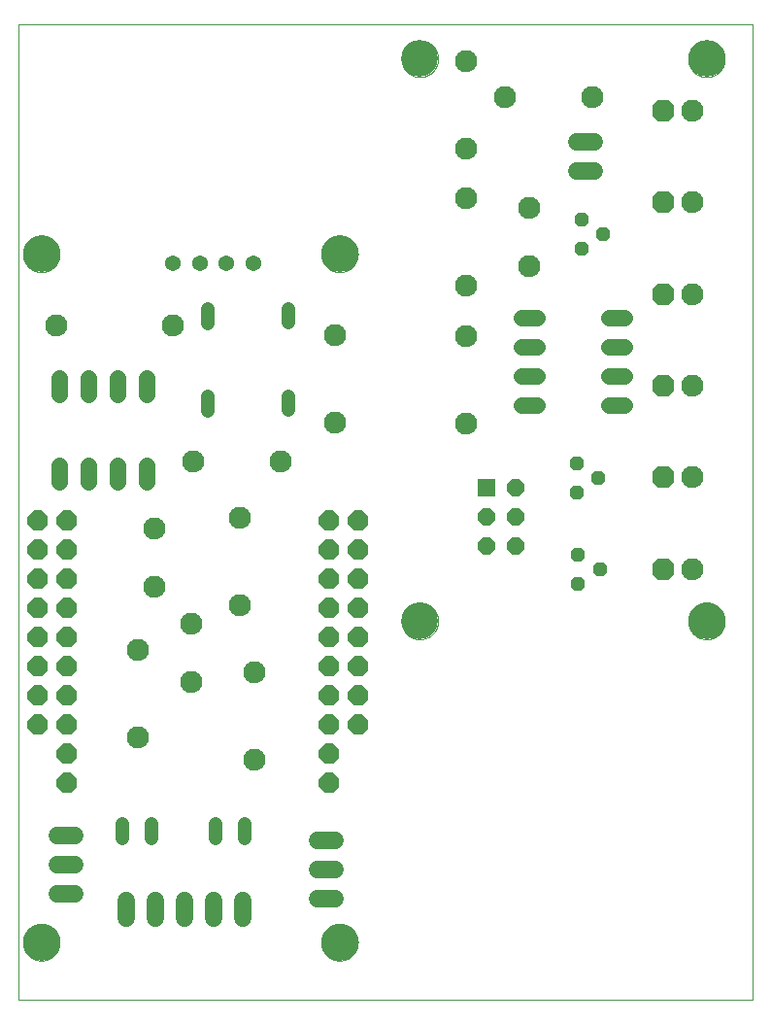
<source format=gbs>
G75*
%MOIN*%
%OFA0B0*%
%FSLAX25Y25*%
%IPPOS*%
%LPD*%
%AMOC8*
5,1,8,0,0,1.08239X$1,22.5*
%
%ADD10C,0.00000*%
%ADD11C,0.12598*%
%ADD12C,0.07600*%
%ADD13C,0.04800*%
%ADD14OC8,0.07000*%
%ADD15R,0.06000X0.06000*%
%ADD16OC8,0.06000*%
%ADD17C,0.06000*%
%ADD18OC8,0.07600*%
%ADD19OC8,0.04800*%
%ADD20C,0.05600*%
%ADD21C,0.05400*%
D10*
X0001025Y0001000D02*
X0001025Y0335646D01*
X0252994Y0335646D01*
X0252994Y0001000D01*
X0001025Y0001000D01*
X0002600Y0020685D02*
X0002602Y0020843D01*
X0002608Y0021001D01*
X0002618Y0021159D01*
X0002632Y0021317D01*
X0002650Y0021474D01*
X0002671Y0021631D01*
X0002697Y0021787D01*
X0002727Y0021943D01*
X0002760Y0022098D01*
X0002798Y0022251D01*
X0002839Y0022404D01*
X0002884Y0022556D01*
X0002933Y0022707D01*
X0002986Y0022856D01*
X0003042Y0023004D01*
X0003102Y0023150D01*
X0003166Y0023295D01*
X0003234Y0023438D01*
X0003305Y0023580D01*
X0003379Y0023720D01*
X0003457Y0023857D01*
X0003539Y0023993D01*
X0003623Y0024127D01*
X0003712Y0024258D01*
X0003803Y0024387D01*
X0003898Y0024514D01*
X0003995Y0024639D01*
X0004096Y0024761D01*
X0004200Y0024880D01*
X0004307Y0024997D01*
X0004417Y0025111D01*
X0004530Y0025222D01*
X0004645Y0025331D01*
X0004763Y0025436D01*
X0004884Y0025538D01*
X0005007Y0025638D01*
X0005133Y0025734D01*
X0005261Y0025827D01*
X0005391Y0025917D01*
X0005524Y0026003D01*
X0005659Y0026087D01*
X0005795Y0026166D01*
X0005934Y0026243D01*
X0006075Y0026315D01*
X0006217Y0026385D01*
X0006361Y0026450D01*
X0006507Y0026512D01*
X0006654Y0026570D01*
X0006803Y0026625D01*
X0006953Y0026676D01*
X0007104Y0026723D01*
X0007256Y0026766D01*
X0007409Y0026805D01*
X0007564Y0026841D01*
X0007719Y0026872D01*
X0007875Y0026900D01*
X0008031Y0026924D01*
X0008188Y0026944D01*
X0008346Y0026960D01*
X0008503Y0026972D01*
X0008662Y0026980D01*
X0008820Y0026984D01*
X0008978Y0026984D01*
X0009136Y0026980D01*
X0009295Y0026972D01*
X0009452Y0026960D01*
X0009610Y0026944D01*
X0009767Y0026924D01*
X0009923Y0026900D01*
X0010079Y0026872D01*
X0010234Y0026841D01*
X0010389Y0026805D01*
X0010542Y0026766D01*
X0010694Y0026723D01*
X0010845Y0026676D01*
X0010995Y0026625D01*
X0011144Y0026570D01*
X0011291Y0026512D01*
X0011437Y0026450D01*
X0011581Y0026385D01*
X0011723Y0026315D01*
X0011864Y0026243D01*
X0012003Y0026166D01*
X0012139Y0026087D01*
X0012274Y0026003D01*
X0012407Y0025917D01*
X0012537Y0025827D01*
X0012665Y0025734D01*
X0012791Y0025638D01*
X0012914Y0025538D01*
X0013035Y0025436D01*
X0013153Y0025331D01*
X0013268Y0025222D01*
X0013381Y0025111D01*
X0013491Y0024997D01*
X0013598Y0024880D01*
X0013702Y0024761D01*
X0013803Y0024639D01*
X0013900Y0024514D01*
X0013995Y0024387D01*
X0014086Y0024258D01*
X0014175Y0024127D01*
X0014259Y0023993D01*
X0014341Y0023857D01*
X0014419Y0023720D01*
X0014493Y0023580D01*
X0014564Y0023438D01*
X0014632Y0023295D01*
X0014696Y0023150D01*
X0014756Y0023004D01*
X0014812Y0022856D01*
X0014865Y0022707D01*
X0014914Y0022556D01*
X0014959Y0022404D01*
X0015000Y0022251D01*
X0015038Y0022098D01*
X0015071Y0021943D01*
X0015101Y0021787D01*
X0015127Y0021631D01*
X0015148Y0021474D01*
X0015166Y0021317D01*
X0015180Y0021159D01*
X0015190Y0021001D01*
X0015196Y0020843D01*
X0015198Y0020685D01*
X0015196Y0020527D01*
X0015190Y0020369D01*
X0015180Y0020211D01*
X0015166Y0020053D01*
X0015148Y0019896D01*
X0015127Y0019739D01*
X0015101Y0019583D01*
X0015071Y0019427D01*
X0015038Y0019272D01*
X0015000Y0019119D01*
X0014959Y0018966D01*
X0014914Y0018814D01*
X0014865Y0018663D01*
X0014812Y0018514D01*
X0014756Y0018366D01*
X0014696Y0018220D01*
X0014632Y0018075D01*
X0014564Y0017932D01*
X0014493Y0017790D01*
X0014419Y0017650D01*
X0014341Y0017513D01*
X0014259Y0017377D01*
X0014175Y0017243D01*
X0014086Y0017112D01*
X0013995Y0016983D01*
X0013900Y0016856D01*
X0013803Y0016731D01*
X0013702Y0016609D01*
X0013598Y0016490D01*
X0013491Y0016373D01*
X0013381Y0016259D01*
X0013268Y0016148D01*
X0013153Y0016039D01*
X0013035Y0015934D01*
X0012914Y0015832D01*
X0012791Y0015732D01*
X0012665Y0015636D01*
X0012537Y0015543D01*
X0012407Y0015453D01*
X0012274Y0015367D01*
X0012139Y0015283D01*
X0012003Y0015204D01*
X0011864Y0015127D01*
X0011723Y0015055D01*
X0011581Y0014985D01*
X0011437Y0014920D01*
X0011291Y0014858D01*
X0011144Y0014800D01*
X0010995Y0014745D01*
X0010845Y0014694D01*
X0010694Y0014647D01*
X0010542Y0014604D01*
X0010389Y0014565D01*
X0010234Y0014529D01*
X0010079Y0014498D01*
X0009923Y0014470D01*
X0009767Y0014446D01*
X0009610Y0014426D01*
X0009452Y0014410D01*
X0009295Y0014398D01*
X0009136Y0014390D01*
X0008978Y0014386D01*
X0008820Y0014386D01*
X0008662Y0014390D01*
X0008503Y0014398D01*
X0008346Y0014410D01*
X0008188Y0014426D01*
X0008031Y0014446D01*
X0007875Y0014470D01*
X0007719Y0014498D01*
X0007564Y0014529D01*
X0007409Y0014565D01*
X0007256Y0014604D01*
X0007104Y0014647D01*
X0006953Y0014694D01*
X0006803Y0014745D01*
X0006654Y0014800D01*
X0006507Y0014858D01*
X0006361Y0014920D01*
X0006217Y0014985D01*
X0006075Y0015055D01*
X0005934Y0015127D01*
X0005795Y0015204D01*
X0005659Y0015283D01*
X0005524Y0015367D01*
X0005391Y0015453D01*
X0005261Y0015543D01*
X0005133Y0015636D01*
X0005007Y0015732D01*
X0004884Y0015832D01*
X0004763Y0015934D01*
X0004645Y0016039D01*
X0004530Y0016148D01*
X0004417Y0016259D01*
X0004307Y0016373D01*
X0004200Y0016490D01*
X0004096Y0016609D01*
X0003995Y0016731D01*
X0003898Y0016856D01*
X0003803Y0016983D01*
X0003712Y0017112D01*
X0003623Y0017243D01*
X0003539Y0017377D01*
X0003457Y0017513D01*
X0003379Y0017650D01*
X0003305Y0017790D01*
X0003234Y0017932D01*
X0003166Y0018075D01*
X0003102Y0018220D01*
X0003042Y0018366D01*
X0002986Y0018514D01*
X0002933Y0018663D01*
X0002884Y0018814D01*
X0002839Y0018966D01*
X0002798Y0019119D01*
X0002760Y0019272D01*
X0002727Y0019427D01*
X0002697Y0019583D01*
X0002671Y0019739D01*
X0002650Y0019896D01*
X0002632Y0020053D01*
X0002618Y0020211D01*
X0002608Y0020369D01*
X0002602Y0020527D01*
X0002600Y0020685D01*
X0104962Y0020685D02*
X0104964Y0020843D01*
X0104970Y0021001D01*
X0104980Y0021159D01*
X0104994Y0021317D01*
X0105012Y0021474D01*
X0105033Y0021631D01*
X0105059Y0021787D01*
X0105089Y0021943D01*
X0105122Y0022098D01*
X0105160Y0022251D01*
X0105201Y0022404D01*
X0105246Y0022556D01*
X0105295Y0022707D01*
X0105348Y0022856D01*
X0105404Y0023004D01*
X0105464Y0023150D01*
X0105528Y0023295D01*
X0105596Y0023438D01*
X0105667Y0023580D01*
X0105741Y0023720D01*
X0105819Y0023857D01*
X0105901Y0023993D01*
X0105985Y0024127D01*
X0106074Y0024258D01*
X0106165Y0024387D01*
X0106260Y0024514D01*
X0106357Y0024639D01*
X0106458Y0024761D01*
X0106562Y0024880D01*
X0106669Y0024997D01*
X0106779Y0025111D01*
X0106892Y0025222D01*
X0107007Y0025331D01*
X0107125Y0025436D01*
X0107246Y0025538D01*
X0107369Y0025638D01*
X0107495Y0025734D01*
X0107623Y0025827D01*
X0107753Y0025917D01*
X0107886Y0026003D01*
X0108021Y0026087D01*
X0108157Y0026166D01*
X0108296Y0026243D01*
X0108437Y0026315D01*
X0108579Y0026385D01*
X0108723Y0026450D01*
X0108869Y0026512D01*
X0109016Y0026570D01*
X0109165Y0026625D01*
X0109315Y0026676D01*
X0109466Y0026723D01*
X0109618Y0026766D01*
X0109771Y0026805D01*
X0109926Y0026841D01*
X0110081Y0026872D01*
X0110237Y0026900D01*
X0110393Y0026924D01*
X0110550Y0026944D01*
X0110708Y0026960D01*
X0110865Y0026972D01*
X0111024Y0026980D01*
X0111182Y0026984D01*
X0111340Y0026984D01*
X0111498Y0026980D01*
X0111657Y0026972D01*
X0111814Y0026960D01*
X0111972Y0026944D01*
X0112129Y0026924D01*
X0112285Y0026900D01*
X0112441Y0026872D01*
X0112596Y0026841D01*
X0112751Y0026805D01*
X0112904Y0026766D01*
X0113056Y0026723D01*
X0113207Y0026676D01*
X0113357Y0026625D01*
X0113506Y0026570D01*
X0113653Y0026512D01*
X0113799Y0026450D01*
X0113943Y0026385D01*
X0114085Y0026315D01*
X0114226Y0026243D01*
X0114365Y0026166D01*
X0114501Y0026087D01*
X0114636Y0026003D01*
X0114769Y0025917D01*
X0114899Y0025827D01*
X0115027Y0025734D01*
X0115153Y0025638D01*
X0115276Y0025538D01*
X0115397Y0025436D01*
X0115515Y0025331D01*
X0115630Y0025222D01*
X0115743Y0025111D01*
X0115853Y0024997D01*
X0115960Y0024880D01*
X0116064Y0024761D01*
X0116165Y0024639D01*
X0116262Y0024514D01*
X0116357Y0024387D01*
X0116448Y0024258D01*
X0116537Y0024127D01*
X0116621Y0023993D01*
X0116703Y0023857D01*
X0116781Y0023720D01*
X0116855Y0023580D01*
X0116926Y0023438D01*
X0116994Y0023295D01*
X0117058Y0023150D01*
X0117118Y0023004D01*
X0117174Y0022856D01*
X0117227Y0022707D01*
X0117276Y0022556D01*
X0117321Y0022404D01*
X0117362Y0022251D01*
X0117400Y0022098D01*
X0117433Y0021943D01*
X0117463Y0021787D01*
X0117489Y0021631D01*
X0117510Y0021474D01*
X0117528Y0021317D01*
X0117542Y0021159D01*
X0117552Y0021001D01*
X0117558Y0020843D01*
X0117560Y0020685D01*
X0117558Y0020527D01*
X0117552Y0020369D01*
X0117542Y0020211D01*
X0117528Y0020053D01*
X0117510Y0019896D01*
X0117489Y0019739D01*
X0117463Y0019583D01*
X0117433Y0019427D01*
X0117400Y0019272D01*
X0117362Y0019119D01*
X0117321Y0018966D01*
X0117276Y0018814D01*
X0117227Y0018663D01*
X0117174Y0018514D01*
X0117118Y0018366D01*
X0117058Y0018220D01*
X0116994Y0018075D01*
X0116926Y0017932D01*
X0116855Y0017790D01*
X0116781Y0017650D01*
X0116703Y0017513D01*
X0116621Y0017377D01*
X0116537Y0017243D01*
X0116448Y0017112D01*
X0116357Y0016983D01*
X0116262Y0016856D01*
X0116165Y0016731D01*
X0116064Y0016609D01*
X0115960Y0016490D01*
X0115853Y0016373D01*
X0115743Y0016259D01*
X0115630Y0016148D01*
X0115515Y0016039D01*
X0115397Y0015934D01*
X0115276Y0015832D01*
X0115153Y0015732D01*
X0115027Y0015636D01*
X0114899Y0015543D01*
X0114769Y0015453D01*
X0114636Y0015367D01*
X0114501Y0015283D01*
X0114365Y0015204D01*
X0114226Y0015127D01*
X0114085Y0015055D01*
X0113943Y0014985D01*
X0113799Y0014920D01*
X0113653Y0014858D01*
X0113506Y0014800D01*
X0113357Y0014745D01*
X0113207Y0014694D01*
X0113056Y0014647D01*
X0112904Y0014604D01*
X0112751Y0014565D01*
X0112596Y0014529D01*
X0112441Y0014498D01*
X0112285Y0014470D01*
X0112129Y0014446D01*
X0111972Y0014426D01*
X0111814Y0014410D01*
X0111657Y0014398D01*
X0111498Y0014390D01*
X0111340Y0014386D01*
X0111182Y0014386D01*
X0111024Y0014390D01*
X0110865Y0014398D01*
X0110708Y0014410D01*
X0110550Y0014426D01*
X0110393Y0014446D01*
X0110237Y0014470D01*
X0110081Y0014498D01*
X0109926Y0014529D01*
X0109771Y0014565D01*
X0109618Y0014604D01*
X0109466Y0014647D01*
X0109315Y0014694D01*
X0109165Y0014745D01*
X0109016Y0014800D01*
X0108869Y0014858D01*
X0108723Y0014920D01*
X0108579Y0014985D01*
X0108437Y0015055D01*
X0108296Y0015127D01*
X0108157Y0015204D01*
X0108021Y0015283D01*
X0107886Y0015367D01*
X0107753Y0015453D01*
X0107623Y0015543D01*
X0107495Y0015636D01*
X0107369Y0015732D01*
X0107246Y0015832D01*
X0107125Y0015934D01*
X0107007Y0016039D01*
X0106892Y0016148D01*
X0106779Y0016259D01*
X0106669Y0016373D01*
X0106562Y0016490D01*
X0106458Y0016609D01*
X0106357Y0016731D01*
X0106260Y0016856D01*
X0106165Y0016983D01*
X0106074Y0017112D01*
X0105985Y0017243D01*
X0105901Y0017377D01*
X0105819Y0017513D01*
X0105741Y0017650D01*
X0105667Y0017790D01*
X0105596Y0017932D01*
X0105528Y0018075D01*
X0105464Y0018220D01*
X0105404Y0018366D01*
X0105348Y0018514D01*
X0105295Y0018663D01*
X0105246Y0018814D01*
X0105201Y0018966D01*
X0105160Y0019119D01*
X0105122Y0019272D01*
X0105089Y0019427D01*
X0105059Y0019583D01*
X0105033Y0019739D01*
X0105012Y0019896D01*
X0104994Y0020053D01*
X0104980Y0020211D01*
X0104970Y0020369D01*
X0104964Y0020527D01*
X0104962Y0020685D01*
X0132521Y0130921D02*
X0132523Y0131079D01*
X0132529Y0131237D01*
X0132539Y0131395D01*
X0132553Y0131553D01*
X0132571Y0131710D01*
X0132592Y0131867D01*
X0132618Y0132023D01*
X0132648Y0132179D01*
X0132681Y0132334D01*
X0132719Y0132487D01*
X0132760Y0132640D01*
X0132805Y0132792D01*
X0132854Y0132943D01*
X0132907Y0133092D01*
X0132963Y0133240D01*
X0133023Y0133386D01*
X0133087Y0133531D01*
X0133155Y0133674D01*
X0133226Y0133816D01*
X0133300Y0133956D01*
X0133378Y0134093D01*
X0133460Y0134229D01*
X0133544Y0134363D01*
X0133633Y0134494D01*
X0133724Y0134623D01*
X0133819Y0134750D01*
X0133916Y0134875D01*
X0134017Y0134997D01*
X0134121Y0135116D01*
X0134228Y0135233D01*
X0134338Y0135347D01*
X0134451Y0135458D01*
X0134566Y0135567D01*
X0134684Y0135672D01*
X0134805Y0135774D01*
X0134928Y0135874D01*
X0135054Y0135970D01*
X0135182Y0136063D01*
X0135312Y0136153D01*
X0135445Y0136239D01*
X0135580Y0136323D01*
X0135716Y0136402D01*
X0135855Y0136479D01*
X0135996Y0136551D01*
X0136138Y0136621D01*
X0136282Y0136686D01*
X0136428Y0136748D01*
X0136575Y0136806D01*
X0136724Y0136861D01*
X0136874Y0136912D01*
X0137025Y0136959D01*
X0137177Y0137002D01*
X0137330Y0137041D01*
X0137485Y0137077D01*
X0137640Y0137108D01*
X0137796Y0137136D01*
X0137952Y0137160D01*
X0138109Y0137180D01*
X0138267Y0137196D01*
X0138424Y0137208D01*
X0138583Y0137216D01*
X0138741Y0137220D01*
X0138899Y0137220D01*
X0139057Y0137216D01*
X0139216Y0137208D01*
X0139373Y0137196D01*
X0139531Y0137180D01*
X0139688Y0137160D01*
X0139844Y0137136D01*
X0140000Y0137108D01*
X0140155Y0137077D01*
X0140310Y0137041D01*
X0140463Y0137002D01*
X0140615Y0136959D01*
X0140766Y0136912D01*
X0140916Y0136861D01*
X0141065Y0136806D01*
X0141212Y0136748D01*
X0141358Y0136686D01*
X0141502Y0136621D01*
X0141644Y0136551D01*
X0141785Y0136479D01*
X0141924Y0136402D01*
X0142060Y0136323D01*
X0142195Y0136239D01*
X0142328Y0136153D01*
X0142458Y0136063D01*
X0142586Y0135970D01*
X0142712Y0135874D01*
X0142835Y0135774D01*
X0142956Y0135672D01*
X0143074Y0135567D01*
X0143189Y0135458D01*
X0143302Y0135347D01*
X0143412Y0135233D01*
X0143519Y0135116D01*
X0143623Y0134997D01*
X0143724Y0134875D01*
X0143821Y0134750D01*
X0143916Y0134623D01*
X0144007Y0134494D01*
X0144096Y0134363D01*
X0144180Y0134229D01*
X0144262Y0134093D01*
X0144340Y0133956D01*
X0144414Y0133816D01*
X0144485Y0133674D01*
X0144553Y0133531D01*
X0144617Y0133386D01*
X0144677Y0133240D01*
X0144733Y0133092D01*
X0144786Y0132943D01*
X0144835Y0132792D01*
X0144880Y0132640D01*
X0144921Y0132487D01*
X0144959Y0132334D01*
X0144992Y0132179D01*
X0145022Y0132023D01*
X0145048Y0131867D01*
X0145069Y0131710D01*
X0145087Y0131553D01*
X0145101Y0131395D01*
X0145111Y0131237D01*
X0145117Y0131079D01*
X0145119Y0130921D01*
X0145117Y0130763D01*
X0145111Y0130605D01*
X0145101Y0130447D01*
X0145087Y0130289D01*
X0145069Y0130132D01*
X0145048Y0129975D01*
X0145022Y0129819D01*
X0144992Y0129663D01*
X0144959Y0129508D01*
X0144921Y0129355D01*
X0144880Y0129202D01*
X0144835Y0129050D01*
X0144786Y0128899D01*
X0144733Y0128750D01*
X0144677Y0128602D01*
X0144617Y0128456D01*
X0144553Y0128311D01*
X0144485Y0128168D01*
X0144414Y0128026D01*
X0144340Y0127886D01*
X0144262Y0127749D01*
X0144180Y0127613D01*
X0144096Y0127479D01*
X0144007Y0127348D01*
X0143916Y0127219D01*
X0143821Y0127092D01*
X0143724Y0126967D01*
X0143623Y0126845D01*
X0143519Y0126726D01*
X0143412Y0126609D01*
X0143302Y0126495D01*
X0143189Y0126384D01*
X0143074Y0126275D01*
X0142956Y0126170D01*
X0142835Y0126068D01*
X0142712Y0125968D01*
X0142586Y0125872D01*
X0142458Y0125779D01*
X0142328Y0125689D01*
X0142195Y0125603D01*
X0142060Y0125519D01*
X0141924Y0125440D01*
X0141785Y0125363D01*
X0141644Y0125291D01*
X0141502Y0125221D01*
X0141358Y0125156D01*
X0141212Y0125094D01*
X0141065Y0125036D01*
X0140916Y0124981D01*
X0140766Y0124930D01*
X0140615Y0124883D01*
X0140463Y0124840D01*
X0140310Y0124801D01*
X0140155Y0124765D01*
X0140000Y0124734D01*
X0139844Y0124706D01*
X0139688Y0124682D01*
X0139531Y0124662D01*
X0139373Y0124646D01*
X0139216Y0124634D01*
X0139057Y0124626D01*
X0138899Y0124622D01*
X0138741Y0124622D01*
X0138583Y0124626D01*
X0138424Y0124634D01*
X0138267Y0124646D01*
X0138109Y0124662D01*
X0137952Y0124682D01*
X0137796Y0124706D01*
X0137640Y0124734D01*
X0137485Y0124765D01*
X0137330Y0124801D01*
X0137177Y0124840D01*
X0137025Y0124883D01*
X0136874Y0124930D01*
X0136724Y0124981D01*
X0136575Y0125036D01*
X0136428Y0125094D01*
X0136282Y0125156D01*
X0136138Y0125221D01*
X0135996Y0125291D01*
X0135855Y0125363D01*
X0135716Y0125440D01*
X0135580Y0125519D01*
X0135445Y0125603D01*
X0135312Y0125689D01*
X0135182Y0125779D01*
X0135054Y0125872D01*
X0134928Y0125968D01*
X0134805Y0126068D01*
X0134684Y0126170D01*
X0134566Y0126275D01*
X0134451Y0126384D01*
X0134338Y0126495D01*
X0134228Y0126609D01*
X0134121Y0126726D01*
X0134017Y0126845D01*
X0133916Y0126967D01*
X0133819Y0127092D01*
X0133724Y0127219D01*
X0133633Y0127348D01*
X0133544Y0127479D01*
X0133460Y0127613D01*
X0133378Y0127749D01*
X0133300Y0127886D01*
X0133226Y0128026D01*
X0133155Y0128168D01*
X0133087Y0128311D01*
X0133023Y0128456D01*
X0132963Y0128602D01*
X0132907Y0128750D01*
X0132854Y0128899D01*
X0132805Y0129050D01*
X0132760Y0129202D01*
X0132719Y0129355D01*
X0132681Y0129508D01*
X0132648Y0129663D01*
X0132618Y0129819D01*
X0132592Y0129975D01*
X0132571Y0130132D01*
X0132553Y0130289D01*
X0132539Y0130447D01*
X0132529Y0130605D01*
X0132523Y0130763D01*
X0132521Y0130921D01*
X0104962Y0256906D02*
X0104964Y0257064D01*
X0104970Y0257222D01*
X0104980Y0257380D01*
X0104994Y0257538D01*
X0105012Y0257695D01*
X0105033Y0257852D01*
X0105059Y0258008D01*
X0105089Y0258164D01*
X0105122Y0258319D01*
X0105160Y0258472D01*
X0105201Y0258625D01*
X0105246Y0258777D01*
X0105295Y0258928D01*
X0105348Y0259077D01*
X0105404Y0259225D01*
X0105464Y0259371D01*
X0105528Y0259516D01*
X0105596Y0259659D01*
X0105667Y0259801D01*
X0105741Y0259941D01*
X0105819Y0260078D01*
X0105901Y0260214D01*
X0105985Y0260348D01*
X0106074Y0260479D01*
X0106165Y0260608D01*
X0106260Y0260735D01*
X0106357Y0260860D01*
X0106458Y0260982D01*
X0106562Y0261101D01*
X0106669Y0261218D01*
X0106779Y0261332D01*
X0106892Y0261443D01*
X0107007Y0261552D01*
X0107125Y0261657D01*
X0107246Y0261759D01*
X0107369Y0261859D01*
X0107495Y0261955D01*
X0107623Y0262048D01*
X0107753Y0262138D01*
X0107886Y0262224D01*
X0108021Y0262308D01*
X0108157Y0262387D01*
X0108296Y0262464D01*
X0108437Y0262536D01*
X0108579Y0262606D01*
X0108723Y0262671D01*
X0108869Y0262733D01*
X0109016Y0262791D01*
X0109165Y0262846D01*
X0109315Y0262897D01*
X0109466Y0262944D01*
X0109618Y0262987D01*
X0109771Y0263026D01*
X0109926Y0263062D01*
X0110081Y0263093D01*
X0110237Y0263121D01*
X0110393Y0263145D01*
X0110550Y0263165D01*
X0110708Y0263181D01*
X0110865Y0263193D01*
X0111024Y0263201D01*
X0111182Y0263205D01*
X0111340Y0263205D01*
X0111498Y0263201D01*
X0111657Y0263193D01*
X0111814Y0263181D01*
X0111972Y0263165D01*
X0112129Y0263145D01*
X0112285Y0263121D01*
X0112441Y0263093D01*
X0112596Y0263062D01*
X0112751Y0263026D01*
X0112904Y0262987D01*
X0113056Y0262944D01*
X0113207Y0262897D01*
X0113357Y0262846D01*
X0113506Y0262791D01*
X0113653Y0262733D01*
X0113799Y0262671D01*
X0113943Y0262606D01*
X0114085Y0262536D01*
X0114226Y0262464D01*
X0114365Y0262387D01*
X0114501Y0262308D01*
X0114636Y0262224D01*
X0114769Y0262138D01*
X0114899Y0262048D01*
X0115027Y0261955D01*
X0115153Y0261859D01*
X0115276Y0261759D01*
X0115397Y0261657D01*
X0115515Y0261552D01*
X0115630Y0261443D01*
X0115743Y0261332D01*
X0115853Y0261218D01*
X0115960Y0261101D01*
X0116064Y0260982D01*
X0116165Y0260860D01*
X0116262Y0260735D01*
X0116357Y0260608D01*
X0116448Y0260479D01*
X0116537Y0260348D01*
X0116621Y0260214D01*
X0116703Y0260078D01*
X0116781Y0259941D01*
X0116855Y0259801D01*
X0116926Y0259659D01*
X0116994Y0259516D01*
X0117058Y0259371D01*
X0117118Y0259225D01*
X0117174Y0259077D01*
X0117227Y0258928D01*
X0117276Y0258777D01*
X0117321Y0258625D01*
X0117362Y0258472D01*
X0117400Y0258319D01*
X0117433Y0258164D01*
X0117463Y0258008D01*
X0117489Y0257852D01*
X0117510Y0257695D01*
X0117528Y0257538D01*
X0117542Y0257380D01*
X0117552Y0257222D01*
X0117558Y0257064D01*
X0117560Y0256906D01*
X0117558Y0256748D01*
X0117552Y0256590D01*
X0117542Y0256432D01*
X0117528Y0256274D01*
X0117510Y0256117D01*
X0117489Y0255960D01*
X0117463Y0255804D01*
X0117433Y0255648D01*
X0117400Y0255493D01*
X0117362Y0255340D01*
X0117321Y0255187D01*
X0117276Y0255035D01*
X0117227Y0254884D01*
X0117174Y0254735D01*
X0117118Y0254587D01*
X0117058Y0254441D01*
X0116994Y0254296D01*
X0116926Y0254153D01*
X0116855Y0254011D01*
X0116781Y0253871D01*
X0116703Y0253734D01*
X0116621Y0253598D01*
X0116537Y0253464D01*
X0116448Y0253333D01*
X0116357Y0253204D01*
X0116262Y0253077D01*
X0116165Y0252952D01*
X0116064Y0252830D01*
X0115960Y0252711D01*
X0115853Y0252594D01*
X0115743Y0252480D01*
X0115630Y0252369D01*
X0115515Y0252260D01*
X0115397Y0252155D01*
X0115276Y0252053D01*
X0115153Y0251953D01*
X0115027Y0251857D01*
X0114899Y0251764D01*
X0114769Y0251674D01*
X0114636Y0251588D01*
X0114501Y0251504D01*
X0114365Y0251425D01*
X0114226Y0251348D01*
X0114085Y0251276D01*
X0113943Y0251206D01*
X0113799Y0251141D01*
X0113653Y0251079D01*
X0113506Y0251021D01*
X0113357Y0250966D01*
X0113207Y0250915D01*
X0113056Y0250868D01*
X0112904Y0250825D01*
X0112751Y0250786D01*
X0112596Y0250750D01*
X0112441Y0250719D01*
X0112285Y0250691D01*
X0112129Y0250667D01*
X0111972Y0250647D01*
X0111814Y0250631D01*
X0111657Y0250619D01*
X0111498Y0250611D01*
X0111340Y0250607D01*
X0111182Y0250607D01*
X0111024Y0250611D01*
X0110865Y0250619D01*
X0110708Y0250631D01*
X0110550Y0250647D01*
X0110393Y0250667D01*
X0110237Y0250691D01*
X0110081Y0250719D01*
X0109926Y0250750D01*
X0109771Y0250786D01*
X0109618Y0250825D01*
X0109466Y0250868D01*
X0109315Y0250915D01*
X0109165Y0250966D01*
X0109016Y0251021D01*
X0108869Y0251079D01*
X0108723Y0251141D01*
X0108579Y0251206D01*
X0108437Y0251276D01*
X0108296Y0251348D01*
X0108157Y0251425D01*
X0108021Y0251504D01*
X0107886Y0251588D01*
X0107753Y0251674D01*
X0107623Y0251764D01*
X0107495Y0251857D01*
X0107369Y0251953D01*
X0107246Y0252053D01*
X0107125Y0252155D01*
X0107007Y0252260D01*
X0106892Y0252369D01*
X0106779Y0252480D01*
X0106669Y0252594D01*
X0106562Y0252711D01*
X0106458Y0252830D01*
X0106357Y0252952D01*
X0106260Y0253077D01*
X0106165Y0253204D01*
X0106074Y0253333D01*
X0105985Y0253464D01*
X0105901Y0253598D01*
X0105819Y0253734D01*
X0105741Y0253871D01*
X0105667Y0254011D01*
X0105596Y0254153D01*
X0105528Y0254296D01*
X0105464Y0254441D01*
X0105404Y0254587D01*
X0105348Y0254735D01*
X0105295Y0254884D01*
X0105246Y0255035D01*
X0105201Y0255187D01*
X0105160Y0255340D01*
X0105122Y0255493D01*
X0105089Y0255648D01*
X0105059Y0255804D01*
X0105033Y0255960D01*
X0105012Y0256117D01*
X0104994Y0256274D01*
X0104980Y0256432D01*
X0104970Y0256590D01*
X0104964Y0256748D01*
X0104962Y0256906D01*
X0132521Y0323835D02*
X0132523Y0323993D01*
X0132529Y0324151D01*
X0132539Y0324309D01*
X0132553Y0324467D01*
X0132571Y0324624D01*
X0132592Y0324781D01*
X0132618Y0324937D01*
X0132648Y0325093D01*
X0132681Y0325248D01*
X0132719Y0325401D01*
X0132760Y0325554D01*
X0132805Y0325706D01*
X0132854Y0325857D01*
X0132907Y0326006D01*
X0132963Y0326154D01*
X0133023Y0326300D01*
X0133087Y0326445D01*
X0133155Y0326588D01*
X0133226Y0326730D01*
X0133300Y0326870D01*
X0133378Y0327007D01*
X0133460Y0327143D01*
X0133544Y0327277D01*
X0133633Y0327408D01*
X0133724Y0327537D01*
X0133819Y0327664D01*
X0133916Y0327789D01*
X0134017Y0327911D01*
X0134121Y0328030D01*
X0134228Y0328147D01*
X0134338Y0328261D01*
X0134451Y0328372D01*
X0134566Y0328481D01*
X0134684Y0328586D01*
X0134805Y0328688D01*
X0134928Y0328788D01*
X0135054Y0328884D01*
X0135182Y0328977D01*
X0135312Y0329067D01*
X0135445Y0329153D01*
X0135580Y0329237D01*
X0135716Y0329316D01*
X0135855Y0329393D01*
X0135996Y0329465D01*
X0136138Y0329535D01*
X0136282Y0329600D01*
X0136428Y0329662D01*
X0136575Y0329720D01*
X0136724Y0329775D01*
X0136874Y0329826D01*
X0137025Y0329873D01*
X0137177Y0329916D01*
X0137330Y0329955D01*
X0137485Y0329991D01*
X0137640Y0330022D01*
X0137796Y0330050D01*
X0137952Y0330074D01*
X0138109Y0330094D01*
X0138267Y0330110D01*
X0138424Y0330122D01*
X0138583Y0330130D01*
X0138741Y0330134D01*
X0138899Y0330134D01*
X0139057Y0330130D01*
X0139216Y0330122D01*
X0139373Y0330110D01*
X0139531Y0330094D01*
X0139688Y0330074D01*
X0139844Y0330050D01*
X0140000Y0330022D01*
X0140155Y0329991D01*
X0140310Y0329955D01*
X0140463Y0329916D01*
X0140615Y0329873D01*
X0140766Y0329826D01*
X0140916Y0329775D01*
X0141065Y0329720D01*
X0141212Y0329662D01*
X0141358Y0329600D01*
X0141502Y0329535D01*
X0141644Y0329465D01*
X0141785Y0329393D01*
X0141924Y0329316D01*
X0142060Y0329237D01*
X0142195Y0329153D01*
X0142328Y0329067D01*
X0142458Y0328977D01*
X0142586Y0328884D01*
X0142712Y0328788D01*
X0142835Y0328688D01*
X0142956Y0328586D01*
X0143074Y0328481D01*
X0143189Y0328372D01*
X0143302Y0328261D01*
X0143412Y0328147D01*
X0143519Y0328030D01*
X0143623Y0327911D01*
X0143724Y0327789D01*
X0143821Y0327664D01*
X0143916Y0327537D01*
X0144007Y0327408D01*
X0144096Y0327277D01*
X0144180Y0327143D01*
X0144262Y0327007D01*
X0144340Y0326870D01*
X0144414Y0326730D01*
X0144485Y0326588D01*
X0144553Y0326445D01*
X0144617Y0326300D01*
X0144677Y0326154D01*
X0144733Y0326006D01*
X0144786Y0325857D01*
X0144835Y0325706D01*
X0144880Y0325554D01*
X0144921Y0325401D01*
X0144959Y0325248D01*
X0144992Y0325093D01*
X0145022Y0324937D01*
X0145048Y0324781D01*
X0145069Y0324624D01*
X0145087Y0324467D01*
X0145101Y0324309D01*
X0145111Y0324151D01*
X0145117Y0323993D01*
X0145119Y0323835D01*
X0145117Y0323677D01*
X0145111Y0323519D01*
X0145101Y0323361D01*
X0145087Y0323203D01*
X0145069Y0323046D01*
X0145048Y0322889D01*
X0145022Y0322733D01*
X0144992Y0322577D01*
X0144959Y0322422D01*
X0144921Y0322269D01*
X0144880Y0322116D01*
X0144835Y0321964D01*
X0144786Y0321813D01*
X0144733Y0321664D01*
X0144677Y0321516D01*
X0144617Y0321370D01*
X0144553Y0321225D01*
X0144485Y0321082D01*
X0144414Y0320940D01*
X0144340Y0320800D01*
X0144262Y0320663D01*
X0144180Y0320527D01*
X0144096Y0320393D01*
X0144007Y0320262D01*
X0143916Y0320133D01*
X0143821Y0320006D01*
X0143724Y0319881D01*
X0143623Y0319759D01*
X0143519Y0319640D01*
X0143412Y0319523D01*
X0143302Y0319409D01*
X0143189Y0319298D01*
X0143074Y0319189D01*
X0142956Y0319084D01*
X0142835Y0318982D01*
X0142712Y0318882D01*
X0142586Y0318786D01*
X0142458Y0318693D01*
X0142328Y0318603D01*
X0142195Y0318517D01*
X0142060Y0318433D01*
X0141924Y0318354D01*
X0141785Y0318277D01*
X0141644Y0318205D01*
X0141502Y0318135D01*
X0141358Y0318070D01*
X0141212Y0318008D01*
X0141065Y0317950D01*
X0140916Y0317895D01*
X0140766Y0317844D01*
X0140615Y0317797D01*
X0140463Y0317754D01*
X0140310Y0317715D01*
X0140155Y0317679D01*
X0140000Y0317648D01*
X0139844Y0317620D01*
X0139688Y0317596D01*
X0139531Y0317576D01*
X0139373Y0317560D01*
X0139216Y0317548D01*
X0139057Y0317540D01*
X0138899Y0317536D01*
X0138741Y0317536D01*
X0138583Y0317540D01*
X0138424Y0317548D01*
X0138267Y0317560D01*
X0138109Y0317576D01*
X0137952Y0317596D01*
X0137796Y0317620D01*
X0137640Y0317648D01*
X0137485Y0317679D01*
X0137330Y0317715D01*
X0137177Y0317754D01*
X0137025Y0317797D01*
X0136874Y0317844D01*
X0136724Y0317895D01*
X0136575Y0317950D01*
X0136428Y0318008D01*
X0136282Y0318070D01*
X0136138Y0318135D01*
X0135996Y0318205D01*
X0135855Y0318277D01*
X0135716Y0318354D01*
X0135580Y0318433D01*
X0135445Y0318517D01*
X0135312Y0318603D01*
X0135182Y0318693D01*
X0135054Y0318786D01*
X0134928Y0318882D01*
X0134805Y0318982D01*
X0134684Y0319084D01*
X0134566Y0319189D01*
X0134451Y0319298D01*
X0134338Y0319409D01*
X0134228Y0319523D01*
X0134121Y0319640D01*
X0134017Y0319759D01*
X0133916Y0319881D01*
X0133819Y0320006D01*
X0133724Y0320133D01*
X0133633Y0320262D01*
X0133544Y0320393D01*
X0133460Y0320527D01*
X0133378Y0320663D01*
X0133300Y0320800D01*
X0133226Y0320940D01*
X0133155Y0321082D01*
X0133087Y0321225D01*
X0133023Y0321370D01*
X0132963Y0321516D01*
X0132907Y0321664D01*
X0132854Y0321813D01*
X0132805Y0321964D01*
X0132760Y0322116D01*
X0132719Y0322269D01*
X0132681Y0322422D01*
X0132648Y0322577D01*
X0132618Y0322733D01*
X0132592Y0322889D01*
X0132571Y0323046D01*
X0132553Y0323203D01*
X0132539Y0323361D01*
X0132529Y0323519D01*
X0132523Y0323677D01*
X0132521Y0323835D01*
X0230947Y0323835D02*
X0230949Y0323993D01*
X0230955Y0324151D01*
X0230965Y0324309D01*
X0230979Y0324467D01*
X0230997Y0324624D01*
X0231018Y0324781D01*
X0231044Y0324937D01*
X0231074Y0325093D01*
X0231107Y0325248D01*
X0231145Y0325401D01*
X0231186Y0325554D01*
X0231231Y0325706D01*
X0231280Y0325857D01*
X0231333Y0326006D01*
X0231389Y0326154D01*
X0231449Y0326300D01*
X0231513Y0326445D01*
X0231581Y0326588D01*
X0231652Y0326730D01*
X0231726Y0326870D01*
X0231804Y0327007D01*
X0231886Y0327143D01*
X0231970Y0327277D01*
X0232059Y0327408D01*
X0232150Y0327537D01*
X0232245Y0327664D01*
X0232342Y0327789D01*
X0232443Y0327911D01*
X0232547Y0328030D01*
X0232654Y0328147D01*
X0232764Y0328261D01*
X0232877Y0328372D01*
X0232992Y0328481D01*
X0233110Y0328586D01*
X0233231Y0328688D01*
X0233354Y0328788D01*
X0233480Y0328884D01*
X0233608Y0328977D01*
X0233738Y0329067D01*
X0233871Y0329153D01*
X0234006Y0329237D01*
X0234142Y0329316D01*
X0234281Y0329393D01*
X0234422Y0329465D01*
X0234564Y0329535D01*
X0234708Y0329600D01*
X0234854Y0329662D01*
X0235001Y0329720D01*
X0235150Y0329775D01*
X0235300Y0329826D01*
X0235451Y0329873D01*
X0235603Y0329916D01*
X0235756Y0329955D01*
X0235911Y0329991D01*
X0236066Y0330022D01*
X0236222Y0330050D01*
X0236378Y0330074D01*
X0236535Y0330094D01*
X0236693Y0330110D01*
X0236850Y0330122D01*
X0237009Y0330130D01*
X0237167Y0330134D01*
X0237325Y0330134D01*
X0237483Y0330130D01*
X0237642Y0330122D01*
X0237799Y0330110D01*
X0237957Y0330094D01*
X0238114Y0330074D01*
X0238270Y0330050D01*
X0238426Y0330022D01*
X0238581Y0329991D01*
X0238736Y0329955D01*
X0238889Y0329916D01*
X0239041Y0329873D01*
X0239192Y0329826D01*
X0239342Y0329775D01*
X0239491Y0329720D01*
X0239638Y0329662D01*
X0239784Y0329600D01*
X0239928Y0329535D01*
X0240070Y0329465D01*
X0240211Y0329393D01*
X0240350Y0329316D01*
X0240486Y0329237D01*
X0240621Y0329153D01*
X0240754Y0329067D01*
X0240884Y0328977D01*
X0241012Y0328884D01*
X0241138Y0328788D01*
X0241261Y0328688D01*
X0241382Y0328586D01*
X0241500Y0328481D01*
X0241615Y0328372D01*
X0241728Y0328261D01*
X0241838Y0328147D01*
X0241945Y0328030D01*
X0242049Y0327911D01*
X0242150Y0327789D01*
X0242247Y0327664D01*
X0242342Y0327537D01*
X0242433Y0327408D01*
X0242522Y0327277D01*
X0242606Y0327143D01*
X0242688Y0327007D01*
X0242766Y0326870D01*
X0242840Y0326730D01*
X0242911Y0326588D01*
X0242979Y0326445D01*
X0243043Y0326300D01*
X0243103Y0326154D01*
X0243159Y0326006D01*
X0243212Y0325857D01*
X0243261Y0325706D01*
X0243306Y0325554D01*
X0243347Y0325401D01*
X0243385Y0325248D01*
X0243418Y0325093D01*
X0243448Y0324937D01*
X0243474Y0324781D01*
X0243495Y0324624D01*
X0243513Y0324467D01*
X0243527Y0324309D01*
X0243537Y0324151D01*
X0243543Y0323993D01*
X0243545Y0323835D01*
X0243543Y0323677D01*
X0243537Y0323519D01*
X0243527Y0323361D01*
X0243513Y0323203D01*
X0243495Y0323046D01*
X0243474Y0322889D01*
X0243448Y0322733D01*
X0243418Y0322577D01*
X0243385Y0322422D01*
X0243347Y0322269D01*
X0243306Y0322116D01*
X0243261Y0321964D01*
X0243212Y0321813D01*
X0243159Y0321664D01*
X0243103Y0321516D01*
X0243043Y0321370D01*
X0242979Y0321225D01*
X0242911Y0321082D01*
X0242840Y0320940D01*
X0242766Y0320800D01*
X0242688Y0320663D01*
X0242606Y0320527D01*
X0242522Y0320393D01*
X0242433Y0320262D01*
X0242342Y0320133D01*
X0242247Y0320006D01*
X0242150Y0319881D01*
X0242049Y0319759D01*
X0241945Y0319640D01*
X0241838Y0319523D01*
X0241728Y0319409D01*
X0241615Y0319298D01*
X0241500Y0319189D01*
X0241382Y0319084D01*
X0241261Y0318982D01*
X0241138Y0318882D01*
X0241012Y0318786D01*
X0240884Y0318693D01*
X0240754Y0318603D01*
X0240621Y0318517D01*
X0240486Y0318433D01*
X0240350Y0318354D01*
X0240211Y0318277D01*
X0240070Y0318205D01*
X0239928Y0318135D01*
X0239784Y0318070D01*
X0239638Y0318008D01*
X0239491Y0317950D01*
X0239342Y0317895D01*
X0239192Y0317844D01*
X0239041Y0317797D01*
X0238889Y0317754D01*
X0238736Y0317715D01*
X0238581Y0317679D01*
X0238426Y0317648D01*
X0238270Y0317620D01*
X0238114Y0317596D01*
X0237957Y0317576D01*
X0237799Y0317560D01*
X0237642Y0317548D01*
X0237483Y0317540D01*
X0237325Y0317536D01*
X0237167Y0317536D01*
X0237009Y0317540D01*
X0236850Y0317548D01*
X0236693Y0317560D01*
X0236535Y0317576D01*
X0236378Y0317596D01*
X0236222Y0317620D01*
X0236066Y0317648D01*
X0235911Y0317679D01*
X0235756Y0317715D01*
X0235603Y0317754D01*
X0235451Y0317797D01*
X0235300Y0317844D01*
X0235150Y0317895D01*
X0235001Y0317950D01*
X0234854Y0318008D01*
X0234708Y0318070D01*
X0234564Y0318135D01*
X0234422Y0318205D01*
X0234281Y0318277D01*
X0234142Y0318354D01*
X0234006Y0318433D01*
X0233871Y0318517D01*
X0233738Y0318603D01*
X0233608Y0318693D01*
X0233480Y0318786D01*
X0233354Y0318882D01*
X0233231Y0318982D01*
X0233110Y0319084D01*
X0232992Y0319189D01*
X0232877Y0319298D01*
X0232764Y0319409D01*
X0232654Y0319523D01*
X0232547Y0319640D01*
X0232443Y0319759D01*
X0232342Y0319881D01*
X0232245Y0320006D01*
X0232150Y0320133D01*
X0232059Y0320262D01*
X0231970Y0320393D01*
X0231886Y0320527D01*
X0231804Y0320663D01*
X0231726Y0320800D01*
X0231652Y0320940D01*
X0231581Y0321082D01*
X0231513Y0321225D01*
X0231449Y0321370D01*
X0231389Y0321516D01*
X0231333Y0321664D01*
X0231280Y0321813D01*
X0231231Y0321964D01*
X0231186Y0322116D01*
X0231145Y0322269D01*
X0231107Y0322422D01*
X0231074Y0322577D01*
X0231044Y0322733D01*
X0231018Y0322889D01*
X0230997Y0323046D01*
X0230979Y0323203D01*
X0230965Y0323361D01*
X0230955Y0323519D01*
X0230949Y0323677D01*
X0230947Y0323835D01*
X0230947Y0130921D02*
X0230949Y0131079D01*
X0230955Y0131237D01*
X0230965Y0131395D01*
X0230979Y0131553D01*
X0230997Y0131710D01*
X0231018Y0131867D01*
X0231044Y0132023D01*
X0231074Y0132179D01*
X0231107Y0132334D01*
X0231145Y0132487D01*
X0231186Y0132640D01*
X0231231Y0132792D01*
X0231280Y0132943D01*
X0231333Y0133092D01*
X0231389Y0133240D01*
X0231449Y0133386D01*
X0231513Y0133531D01*
X0231581Y0133674D01*
X0231652Y0133816D01*
X0231726Y0133956D01*
X0231804Y0134093D01*
X0231886Y0134229D01*
X0231970Y0134363D01*
X0232059Y0134494D01*
X0232150Y0134623D01*
X0232245Y0134750D01*
X0232342Y0134875D01*
X0232443Y0134997D01*
X0232547Y0135116D01*
X0232654Y0135233D01*
X0232764Y0135347D01*
X0232877Y0135458D01*
X0232992Y0135567D01*
X0233110Y0135672D01*
X0233231Y0135774D01*
X0233354Y0135874D01*
X0233480Y0135970D01*
X0233608Y0136063D01*
X0233738Y0136153D01*
X0233871Y0136239D01*
X0234006Y0136323D01*
X0234142Y0136402D01*
X0234281Y0136479D01*
X0234422Y0136551D01*
X0234564Y0136621D01*
X0234708Y0136686D01*
X0234854Y0136748D01*
X0235001Y0136806D01*
X0235150Y0136861D01*
X0235300Y0136912D01*
X0235451Y0136959D01*
X0235603Y0137002D01*
X0235756Y0137041D01*
X0235911Y0137077D01*
X0236066Y0137108D01*
X0236222Y0137136D01*
X0236378Y0137160D01*
X0236535Y0137180D01*
X0236693Y0137196D01*
X0236850Y0137208D01*
X0237009Y0137216D01*
X0237167Y0137220D01*
X0237325Y0137220D01*
X0237483Y0137216D01*
X0237642Y0137208D01*
X0237799Y0137196D01*
X0237957Y0137180D01*
X0238114Y0137160D01*
X0238270Y0137136D01*
X0238426Y0137108D01*
X0238581Y0137077D01*
X0238736Y0137041D01*
X0238889Y0137002D01*
X0239041Y0136959D01*
X0239192Y0136912D01*
X0239342Y0136861D01*
X0239491Y0136806D01*
X0239638Y0136748D01*
X0239784Y0136686D01*
X0239928Y0136621D01*
X0240070Y0136551D01*
X0240211Y0136479D01*
X0240350Y0136402D01*
X0240486Y0136323D01*
X0240621Y0136239D01*
X0240754Y0136153D01*
X0240884Y0136063D01*
X0241012Y0135970D01*
X0241138Y0135874D01*
X0241261Y0135774D01*
X0241382Y0135672D01*
X0241500Y0135567D01*
X0241615Y0135458D01*
X0241728Y0135347D01*
X0241838Y0135233D01*
X0241945Y0135116D01*
X0242049Y0134997D01*
X0242150Y0134875D01*
X0242247Y0134750D01*
X0242342Y0134623D01*
X0242433Y0134494D01*
X0242522Y0134363D01*
X0242606Y0134229D01*
X0242688Y0134093D01*
X0242766Y0133956D01*
X0242840Y0133816D01*
X0242911Y0133674D01*
X0242979Y0133531D01*
X0243043Y0133386D01*
X0243103Y0133240D01*
X0243159Y0133092D01*
X0243212Y0132943D01*
X0243261Y0132792D01*
X0243306Y0132640D01*
X0243347Y0132487D01*
X0243385Y0132334D01*
X0243418Y0132179D01*
X0243448Y0132023D01*
X0243474Y0131867D01*
X0243495Y0131710D01*
X0243513Y0131553D01*
X0243527Y0131395D01*
X0243537Y0131237D01*
X0243543Y0131079D01*
X0243545Y0130921D01*
X0243543Y0130763D01*
X0243537Y0130605D01*
X0243527Y0130447D01*
X0243513Y0130289D01*
X0243495Y0130132D01*
X0243474Y0129975D01*
X0243448Y0129819D01*
X0243418Y0129663D01*
X0243385Y0129508D01*
X0243347Y0129355D01*
X0243306Y0129202D01*
X0243261Y0129050D01*
X0243212Y0128899D01*
X0243159Y0128750D01*
X0243103Y0128602D01*
X0243043Y0128456D01*
X0242979Y0128311D01*
X0242911Y0128168D01*
X0242840Y0128026D01*
X0242766Y0127886D01*
X0242688Y0127749D01*
X0242606Y0127613D01*
X0242522Y0127479D01*
X0242433Y0127348D01*
X0242342Y0127219D01*
X0242247Y0127092D01*
X0242150Y0126967D01*
X0242049Y0126845D01*
X0241945Y0126726D01*
X0241838Y0126609D01*
X0241728Y0126495D01*
X0241615Y0126384D01*
X0241500Y0126275D01*
X0241382Y0126170D01*
X0241261Y0126068D01*
X0241138Y0125968D01*
X0241012Y0125872D01*
X0240884Y0125779D01*
X0240754Y0125689D01*
X0240621Y0125603D01*
X0240486Y0125519D01*
X0240350Y0125440D01*
X0240211Y0125363D01*
X0240070Y0125291D01*
X0239928Y0125221D01*
X0239784Y0125156D01*
X0239638Y0125094D01*
X0239491Y0125036D01*
X0239342Y0124981D01*
X0239192Y0124930D01*
X0239041Y0124883D01*
X0238889Y0124840D01*
X0238736Y0124801D01*
X0238581Y0124765D01*
X0238426Y0124734D01*
X0238270Y0124706D01*
X0238114Y0124682D01*
X0237957Y0124662D01*
X0237799Y0124646D01*
X0237642Y0124634D01*
X0237483Y0124626D01*
X0237325Y0124622D01*
X0237167Y0124622D01*
X0237009Y0124626D01*
X0236850Y0124634D01*
X0236693Y0124646D01*
X0236535Y0124662D01*
X0236378Y0124682D01*
X0236222Y0124706D01*
X0236066Y0124734D01*
X0235911Y0124765D01*
X0235756Y0124801D01*
X0235603Y0124840D01*
X0235451Y0124883D01*
X0235300Y0124930D01*
X0235150Y0124981D01*
X0235001Y0125036D01*
X0234854Y0125094D01*
X0234708Y0125156D01*
X0234564Y0125221D01*
X0234422Y0125291D01*
X0234281Y0125363D01*
X0234142Y0125440D01*
X0234006Y0125519D01*
X0233871Y0125603D01*
X0233738Y0125689D01*
X0233608Y0125779D01*
X0233480Y0125872D01*
X0233354Y0125968D01*
X0233231Y0126068D01*
X0233110Y0126170D01*
X0232992Y0126275D01*
X0232877Y0126384D01*
X0232764Y0126495D01*
X0232654Y0126609D01*
X0232547Y0126726D01*
X0232443Y0126845D01*
X0232342Y0126967D01*
X0232245Y0127092D01*
X0232150Y0127219D01*
X0232059Y0127348D01*
X0231970Y0127479D01*
X0231886Y0127613D01*
X0231804Y0127749D01*
X0231726Y0127886D01*
X0231652Y0128026D01*
X0231581Y0128168D01*
X0231513Y0128311D01*
X0231449Y0128456D01*
X0231389Y0128602D01*
X0231333Y0128750D01*
X0231280Y0128899D01*
X0231231Y0129050D01*
X0231186Y0129202D01*
X0231145Y0129355D01*
X0231107Y0129508D01*
X0231074Y0129663D01*
X0231044Y0129819D01*
X0231018Y0129975D01*
X0230997Y0130132D01*
X0230979Y0130289D01*
X0230965Y0130447D01*
X0230955Y0130605D01*
X0230949Y0130763D01*
X0230947Y0130921D01*
X0002600Y0256906D02*
X0002602Y0257064D01*
X0002608Y0257222D01*
X0002618Y0257380D01*
X0002632Y0257538D01*
X0002650Y0257695D01*
X0002671Y0257852D01*
X0002697Y0258008D01*
X0002727Y0258164D01*
X0002760Y0258319D01*
X0002798Y0258472D01*
X0002839Y0258625D01*
X0002884Y0258777D01*
X0002933Y0258928D01*
X0002986Y0259077D01*
X0003042Y0259225D01*
X0003102Y0259371D01*
X0003166Y0259516D01*
X0003234Y0259659D01*
X0003305Y0259801D01*
X0003379Y0259941D01*
X0003457Y0260078D01*
X0003539Y0260214D01*
X0003623Y0260348D01*
X0003712Y0260479D01*
X0003803Y0260608D01*
X0003898Y0260735D01*
X0003995Y0260860D01*
X0004096Y0260982D01*
X0004200Y0261101D01*
X0004307Y0261218D01*
X0004417Y0261332D01*
X0004530Y0261443D01*
X0004645Y0261552D01*
X0004763Y0261657D01*
X0004884Y0261759D01*
X0005007Y0261859D01*
X0005133Y0261955D01*
X0005261Y0262048D01*
X0005391Y0262138D01*
X0005524Y0262224D01*
X0005659Y0262308D01*
X0005795Y0262387D01*
X0005934Y0262464D01*
X0006075Y0262536D01*
X0006217Y0262606D01*
X0006361Y0262671D01*
X0006507Y0262733D01*
X0006654Y0262791D01*
X0006803Y0262846D01*
X0006953Y0262897D01*
X0007104Y0262944D01*
X0007256Y0262987D01*
X0007409Y0263026D01*
X0007564Y0263062D01*
X0007719Y0263093D01*
X0007875Y0263121D01*
X0008031Y0263145D01*
X0008188Y0263165D01*
X0008346Y0263181D01*
X0008503Y0263193D01*
X0008662Y0263201D01*
X0008820Y0263205D01*
X0008978Y0263205D01*
X0009136Y0263201D01*
X0009295Y0263193D01*
X0009452Y0263181D01*
X0009610Y0263165D01*
X0009767Y0263145D01*
X0009923Y0263121D01*
X0010079Y0263093D01*
X0010234Y0263062D01*
X0010389Y0263026D01*
X0010542Y0262987D01*
X0010694Y0262944D01*
X0010845Y0262897D01*
X0010995Y0262846D01*
X0011144Y0262791D01*
X0011291Y0262733D01*
X0011437Y0262671D01*
X0011581Y0262606D01*
X0011723Y0262536D01*
X0011864Y0262464D01*
X0012003Y0262387D01*
X0012139Y0262308D01*
X0012274Y0262224D01*
X0012407Y0262138D01*
X0012537Y0262048D01*
X0012665Y0261955D01*
X0012791Y0261859D01*
X0012914Y0261759D01*
X0013035Y0261657D01*
X0013153Y0261552D01*
X0013268Y0261443D01*
X0013381Y0261332D01*
X0013491Y0261218D01*
X0013598Y0261101D01*
X0013702Y0260982D01*
X0013803Y0260860D01*
X0013900Y0260735D01*
X0013995Y0260608D01*
X0014086Y0260479D01*
X0014175Y0260348D01*
X0014259Y0260214D01*
X0014341Y0260078D01*
X0014419Y0259941D01*
X0014493Y0259801D01*
X0014564Y0259659D01*
X0014632Y0259516D01*
X0014696Y0259371D01*
X0014756Y0259225D01*
X0014812Y0259077D01*
X0014865Y0258928D01*
X0014914Y0258777D01*
X0014959Y0258625D01*
X0015000Y0258472D01*
X0015038Y0258319D01*
X0015071Y0258164D01*
X0015101Y0258008D01*
X0015127Y0257852D01*
X0015148Y0257695D01*
X0015166Y0257538D01*
X0015180Y0257380D01*
X0015190Y0257222D01*
X0015196Y0257064D01*
X0015198Y0256906D01*
X0015196Y0256748D01*
X0015190Y0256590D01*
X0015180Y0256432D01*
X0015166Y0256274D01*
X0015148Y0256117D01*
X0015127Y0255960D01*
X0015101Y0255804D01*
X0015071Y0255648D01*
X0015038Y0255493D01*
X0015000Y0255340D01*
X0014959Y0255187D01*
X0014914Y0255035D01*
X0014865Y0254884D01*
X0014812Y0254735D01*
X0014756Y0254587D01*
X0014696Y0254441D01*
X0014632Y0254296D01*
X0014564Y0254153D01*
X0014493Y0254011D01*
X0014419Y0253871D01*
X0014341Y0253734D01*
X0014259Y0253598D01*
X0014175Y0253464D01*
X0014086Y0253333D01*
X0013995Y0253204D01*
X0013900Y0253077D01*
X0013803Y0252952D01*
X0013702Y0252830D01*
X0013598Y0252711D01*
X0013491Y0252594D01*
X0013381Y0252480D01*
X0013268Y0252369D01*
X0013153Y0252260D01*
X0013035Y0252155D01*
X0012914Y0252053D01*
X0012791Y0251953D01*
X0012665Y0251857D01*
X0012537Y0251764D01*
X0012407Y0251674D01*
X0012274Y0251588D01*
X0012139Y0251504D01*
X0012003Y0251425D01*
X0011864Y0251348D01*
X0011723Y0251276D01*
X0011581Y0251206D01*
X0011437Y0251141D01*
X0011291Y0251079D01*
X0011144Y0251021D01*
X0010995Y0250966D01*
X0010845Y0250915D01*
X0010694Y0250868D01*
X0010542Y0250825D01*
X0010389Y0250786D01*
X0010234Y0250750D01*
X0010079Y0250719D01*
X0009923Y0250691D01*
X0009767Y0250667D01*
X0009610Y0250647D01*
X0009452Y0250631D01*
X0009295Y0250619D01*
X0009136Y0250611D01*
X0008978Y0250607D01*
X0008820Y0250607D01*
X0008662Y0250611D01*
X0008503Y0250619D01*
X0008346Y0250631D01*
X0008188Y0250647D01*
X0008031Y0250667D01*
X0007875Y0250691D01*
X0007719Y0250719D01*
X0007564Y0250750D01*
X0007409Y0250786D01*
X0007256Y0250825D01*
X0007104Y0250868D01*
X0006953Y0250915D01*
X0006803Y0250966D01*
X0006654Y0251021D01*
X0006507Y0251079D01*
X0006361Y0251141D01*
X0006217Y0251206D01*
X0006075Y0251276D01*
X0005934Y0251348D01*
X0005795Y0251425D01*
X0005659Y0251504D01*
X0005524Y0251588D01*
X0005391Y0251674D01*
X0005261Y0251764D01*
X0005133Y0251857D01*
X0005007Y0251953D01*
X0004884Y0252053D01*
X0004763Y0252155D01*
X0004645Y0252260D01*
X0004530Y0252369D01*
X0004417Y0252480D01*
X0004307Y0252594D01*
X0004200Y0252711D01*
X0004096Y0252830D01*
X0003995Y0252952D01*
X0003898Y0253077D01*
X0003803Y0253204D01*
X0003712Y0253333D01*
X0003623Y0253464D01*
X0003539Y0253598D01*
X0003457Y0253734D01*
X0003379Y0253871D01*
X0003305Y0254011D01*
X0003234Y0254153D01*
X0003166Y0254296D01*
X0003102Y0254441D01*
X0003042Y0254587D01*
X0002986Y0254735D01*
X0002933Y0254884D01*
X0002884Y0255035D01*
X0002839Y0255187D01*
X0002798Y0255340D01*
X0002760Y0255493D01*
X0002727Y0255648D01*
X0002697Y0255804D01*
X0002671Y0255960D01*
X0002650Y0256117D01*
X0002632Y0256274D01*
X0002618Y0256432D01*
X0002608Y0256590D01*
X0002602Y0256748D01*
X0002600Y0256906D01*
D11*
X0008899Y0256906D03*
X0111261Y0256906D03*
X0138820Y0323835D03*
X0237246Y0323835D03*
X0237246Y0130921D03*
X0138820Y0130921D03*
X0111261Y0020685D03*
X0008899Y0020685D03*
D12*
X0042167Y0091079D03*
X0060356Y0110016D03*
X0060356Y0130016D03*
X0047840Y0142650D03*
X0047840Y0162650D03*
X0061222Y0185764D03*
X0077128Y0166157D03*
X0091222Y0185764D03*
X0109751Y0198922D03*
X0109751Y0228922D03*
X0154569Y0228598D03*
X0154569Y0245843D03*
X0154569Y0275843D03*
X0154569Y0293087D03*
X0167911Y0310599D03*
X0154569Y0323087D03*
X0176537Y0272772D03*
X0176537Y0252772D03*
X0154569Y0198598D03*
X0081931Y0113215D03*
X0077128Y0136157D03*
X0042167Y0121079D03*
X0081931Y0083215D03*
X0053993Y0232361D03*
X0013993Y0232361D03*
X0197911Y0310599D03*
X0232403Y0306118D03*
X0232403Y0274622D03*
X0232403Y0243126D03*
X0232403Y0211630D03*
X0232403Y0180134D03*
X0232403Y0148638D03*
D13*
X0093860Y0203246D02*
X0093860Y0208046D01*
X0093860Y0233246D02*
X0093860Y0238046D01*
X0066065Y0237888D02*
X0066065Y0233088D01*
X0066065Y0207888D02*
X0066065Y0203088D01*
X0068781Y0061195D02*
X0068781Y0056395D01*
X0078781Y0056395D02*
X0078781Y0061195D01*
X0046655Y0061195D02*
X0046655Y0056395D01*
X0036655Y0056395D02*
X0036655Y0061195D01*
D14*
X0017757Y0075173D03*
X0017757Y0085173D03*
X0017757Y0095173D03*
X0007757Y0095134D03*
X0007757Y0105134D03*
X0007757Y0115134D03*
X0007757Y0125134D03*
X0007757Y0135134D03*
X0007757Y0145134D03*
X0007757Y0155134D03*
X0007757Y0165134D03*
X0017757Y0165173D03*
X0017757Y0155173D03*
X0017757Y0145173D03*
X0017757Y0135173D03*
X0017757Y0125173D03*
X0017757Y0115173D03*
X0017757Y0105173D03*
X0107757Y0105173D03*
X0107757Y0095173D03*
X0107757Y0085173D03*
X0107757Y0075173D03*
X0117757Y0095134D03*
X0117757Y0105134D03*
X0117757Y0115134D03*
X0117757Y0125134D03*
X0117757Y0135134D03*
X0117757Y0145134D03*
X0117757Y0155134D03*
X0117757Y0165134D03*
X0107757Y0165173D03*
X0107757Y0155173D03*
X0107757Y0145173D03*
X0107757Y0135173D03*
X0107757Y0125173D03*
X0107757Y0115173D03*
D15*
X0161694Y0176512D03*
D16*
X0161694Y0166512D03*
X0161694Y0156512D03*
X0171694Y0156512D03*
X0171694Y0166512D03*
X0171694Y0176512D03*
D17*
X0192710Y0285409D02*
X0198710Y0285409D01*
X0198710Y0295409D02*
X0192710Y0295409D01*
X0020443Y0057339D02*
X0014443Y0057339D01*
X0014443Y0047339D02*
X0020443Y0047339D01*
X0020443Y0037339D02*
X0014443Y0037339D01*
X0037955Y0034827D02*
X0037955Y0028827D01*
X0047955Y0028827D02*
X0047955Y0034827D01*
X0057955Y0034827D02*
X0057955Y0028827D01*
X0067955Y0028827D02*
X0067955Y0034827D01*
X0077955Y0034827D02*
X0077955Y0028827D01*
X0103655Y0035646D02*
X0109655Y0035646D01*
X0109655Y0045646D02*
X0103655Y0045646D01*
X0103655Y0055646D02*
X0109655Y0055646D01*
D18*
X0222403Y0148638D03*
X0222403Y0180134D03*
X0222403Y0211630D03*
X0222403Y0243126D03*
X0222403Y0274622D03*
X0222403Y0306118D03*
D19*
X0194294Y0268632D03*
X0201794Y0263632D03*
X0194294Y0258632D03*
X0192633Y0185020D03*
X0200133Y0180020D03*
X0192633Y0175020D03*
X0193099Y0153764D03*
X0200599Y0148764D03*
X0193099Y0143764D03*
D20*
X0203580Y0205055D02*
X0209180Y0205055D01*
X0209180Y0215055D02*
X0203580Y0215055D01*
X0203580Y0225055D02*
X0209180Y0225055D01*
X0209180Y0235055D02*
X0203580Y0235055D01*
X0179180Y0235055D02*
X0173580Y0235055D01*
X0173580Y0225055D02*
X0179180Y0225055D01*
X0179180Y0215055D02*
X0173580Y0215055D01*
X0173580Y0205055D02*
X0179180Y0205055D01*
X0044923Y0208672D02*
X0044923Y0214272D01*
X0034923Y0214272D02*
X0034923Y0208672D01*
X0024923Y0208672D02*
X0024923Y0214272D01*
X0014923Y0214272D02*
X0014923Y0208672D01*
X0014923Y0184272D02*
X0014923Y0178672D01*
X0024923Y0178672D02*
X0024923Y0184272D01*
X0034923Y0184272D02*
X0034923Y0178672D01*
X0044923Y0178672D02*
X0044923Y0184272D01*
D21*
X0054175Y0253795D03*
X0063517Y0253795D03*
X0072391Y0253795D03*
X0081734Y0253795D03*
M02*

</source>
